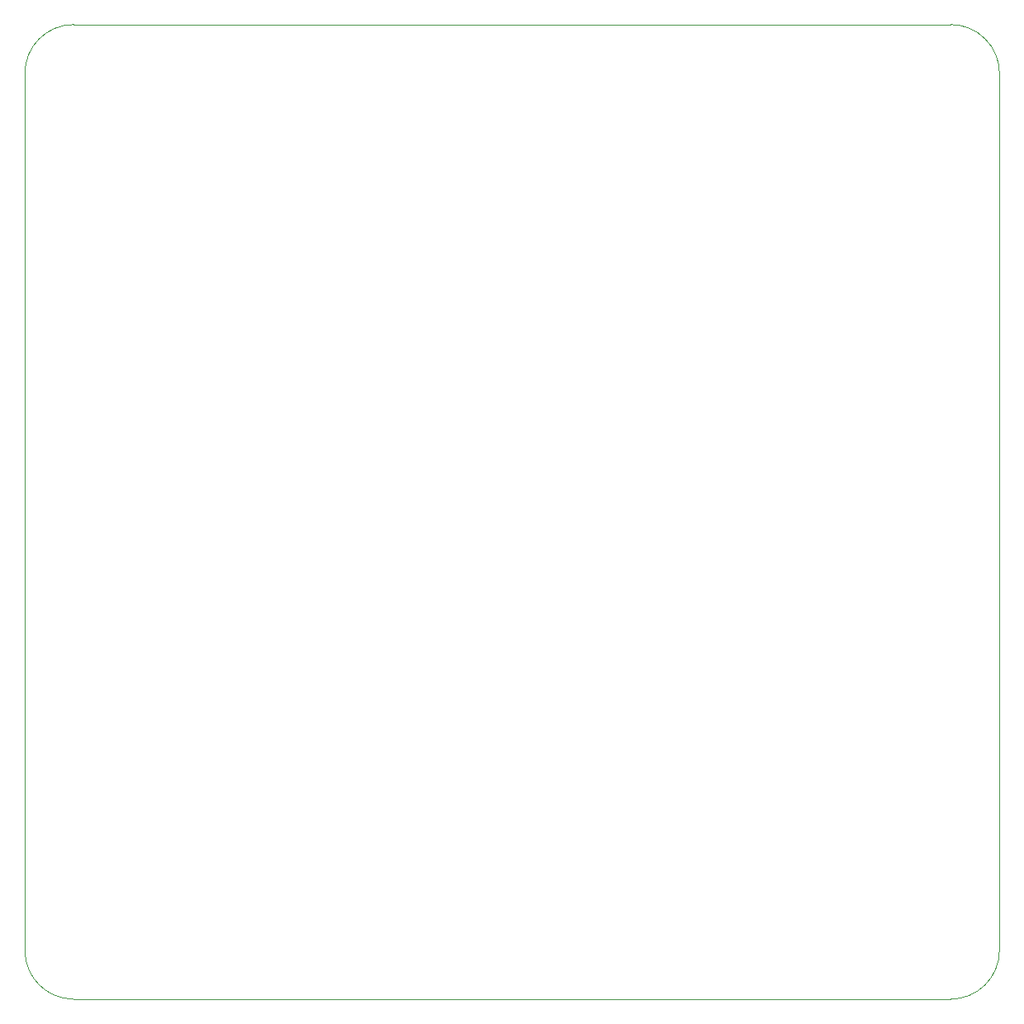
<source format=gko>
G04*
G04 #@! TF.GenerationSoftware,Altium Limited,Altium Designer,24.2.2 (26)*
G04*
G04 Layer_Color=16711935*
%FSLAX26Y26*%
%MOIN*%
G70*
G04*
G04 #@! TF.SameCoordinates,46F5A5B2-6880-422F-88BA-D3FAC370E1DB*
G04*
G04*
G04 #@! TF.FilePolarity,Positive*
G04*
G01*
G75*
%ADD100C,0.003937*%
D100*
X3740008D02*
G03*
X3937008Y197000I0J197000D01*
G01*
X0D02*
G03*
X197000Y0I197000J0D01*
G01*
Y3937008D02*
G03*
X0Y3740008I0J-197000D01*
G01*
X3937008D02*
G03*
X3740008Y3937008I-197000J0D01*
G01*
X197000Y0D02*
X3740008D01*
X3937008Y787402D02*
Y3740008D01*
Y197000D02*
Y787402D01*
X0Y197000D02*
Y3740008D01*
X197000Y3937008D02*
X3740008D01*
M02*

</source>
